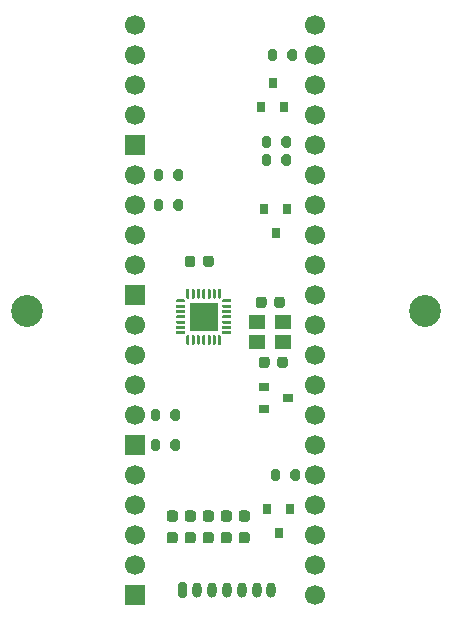
<source format=gbr>
%TF.GenerationSoftware,KiCad,Pcbnew,5.1.9-73d0e3b20d~88~ubuntu20.04.1*%
%TF.CreationDate,2021-03-05T17:28:59-06:00*%
%TF.ProjectId,portalgun-display,706f7274-616c-4677-956e-2d646973706c,rev?*%
%TF.SameCoordinates,Original*%
%TF.FileFunction,Soldermask,Bot*%
%TF.FilePolarity,Negative*%
%FSLAX46Y46*%
G04 Gerber Fmt 4.6, Leading zero omitted, Abs format (unit mm)*
G04 Created by KiCad (PCBNEW 5.1.9-73d0e3b20d~88~ubuntu20.04.1) date 2021-03-05 17:28:59*
%MOMM*%
%LPD*%
G01*
G04 APERTURE LIST*
%ADD10C,2.700000*%
%ADD11C,1.700000*%
%ADD12R,1.700000X1.700000*%
%ADD13R,0.800000X0.900000*%
%ADD14R,0.900000X0.800000*%
%ADD15O,0.800000X1.300000*%
%ADD16R,1.400000X1.200000*%
%ADD17R,2.400000X2.400000*%
%ADD18C,0.100000*%
G04 APERTURE END LIST*
D10*
%TO.C,H2*%
X145198300Y-101429000D03*
%TD*%
%TO.C,H1*%
X111448700Y-101429000D03*
%TD*%
D11*
%TO.C,U6*%
X135890000Y-100076000D03*
X135890000Y-97536000D03*
X135890000Y-94996000D03*
X135890000Y-92456000D03*
X135890000Y-89916000D03*
X120650000Y-89916000D03*
X120650000Y-92456000D03*
X120650000Y-94996000D03*
X120650000Y-97536000D03*
D12*
X120650000Y-100076000D03*
%TD*%
D13*
%TO.C,Q4*%
X132784700Y-120209000D03*
X133734700Y-118209000D03*
X131834700Y-118209000D03*
%TD*%
D14*
%TO.C,Q3*%
X133530700Y-108795000D03*
X131530700Y-107845000D03*
X131530700Y-109745000D03*
%TD*%
D13*
%TO.C,Q2*%
X132530700Y-94809000D03*
X133480700Y-92809000D03*
X131580700Y-92809000D03*
%TD*%
%TO.C,Q1*%
X132276700Y-82141000D03*
X131326700Y-84141000D03*
X133226700Y-84141000D03*
%TD*%
D11*
%TO.C,U8*%
X135890000Y-112776000D03*
X135890000Y-110236000D03*
X135890000Y-107696000D03*
X135890000Y-105156000D03*
X135890000Y-102616000D03*
X120650000Y-102616000D03*
X120650000Y-105156000D03*
X120650000Y-107696000D03*
X120650000Y-110236000D03*
D12*
X120650000Y-112776000D03*
%TD*%
D11*
%TO.C,U9*%
X135890000Y-125476000D03*
X135890000Y-122936000D03*
X135890000Y-120396000D03*
X135890000Y-117856000D03*
X135890000Y-115316000D03*
X120650000Y-115316000D03*
X120650000Y-117856000D03*
X120650000Y-120396000D03*
X120650000Y-122936000D03*
D12*
X120650000Y-125476000D03*
%TD*%
D11*
%TO.C,U5*%
X135890000Y-87376000D03*
X135890000Y-84836000D03*
X135890000Y-82296000D03*
X135890000Y-79756000D03*
X135890000Y-77216000D03*
X120650000Y-77216000D03*
X120650000Y-79756000D03*
X120650000Y-82296000D03*
X120650000Y-84836000D03*
D12*
X120650000Y-87376000D03*
%TD*%
%TO.C,R5*%
G36*
G01*
X129626200Y-120142000D02*
X130101200Y-120142000D01*
G75*
G02*
X130338700Y-120379500I0J-237500D01*
G01*
X130338700Y-120879500D01*
G75*
G02*
X130101200Y-121117000I-237500J0D01*
G01*
X129626200Y-121117000D01*
G75*
G02*
X129388700Y-120879500I0J237500D01*
G01*
X129388700Y-120379500D01*
G75*
G02*
X129626200Y-120142000I237500J0D01*
G01*
G37*
G36*
G01*
X129626200Y-118317000D02*
X130101200Y-118317000D01*
G75*
G02*
X130338700Y-118554500I0J-237500D01*
G01*
X130338700Y-119054500D01*
G75*
G02*
X130101200Y-119292000I-237500J0D01*
G01*
X129626200Y-119292000D01*
G75*
G02*
X129388700Y-119054500I0J237500D01*
G01*
X129388700Y-118554500D01*
G75*
G02*
X129626200Y-118317000I237500J0D01*
G01*
G37*
%TD*%
D15*
%TO.C,J1*%
X132156700Y-125051000D03*
X130906700Y-125051000D03*
X129656700Y-125051000D03*
X128406700Y-125051000D03*
X127156700Y-125051000D03*
X125906700Y-125051000D03*
G36*
G01*
X124256700Y-125501000D02*
X124256700Y-124601000D01*
G75*
G02*
X124456700Y-124401000I200000J0D01*
G01*
X124856700Y-124401000D01*
G75*
G02*
X125056700Y-124601000I0J-200000D01*
G01*
X125056700Y-125501000D01*
G75*
G02*
X124856700Y-125701000I-200000J0D01*
G01*
X124456700Y-125701000D01*
G75*
G02*
X124256700Y-125501000I0J200000D01*
G01*
G37*
%TD*%
D16*
%TO.C,Y1*%
X133180000Y-102401000D03*
X130980000Y-102401000D03*
X130980000Y-104101000D03*
X133180000Y-104101000D03*
%TD*%
D17*
%TO.C,U7*%
X126434700Y-101937000D03*
D18*
G36*
X127710007Y-100385799D02*
G01*
X127698282Y-100382242D01*
X127687477Y-100376467D01*
X127678006Y-100368694D01*
X127670233Y-100359223D01*
X127664458Y-100348418D01*
X127660901Y-100336693D01*
X127659700Y-100324500D01*
X127659700Y-99649500D01*
X127660901Y-99637307D01*
X127664458Y-99625582D01*
X127670233Y-99614777D01*
X127678006Y-99605306D01*
X127687477Y-99597533D01*
X127698282Y-99591758D01*
X127710007Y-99588201D01*
X127722200Y-99587000D01*
X127847200Y-99587000D01*
X127859393Y-99588201D01*
X127871118Y-99591758D01*
X127881923Y-99597533D01*
X127891394Y-99605306D01*
X127899167Y-99614777D01*
X127904942Y-99625582D01*
X127908499Y-99637307D01*
X127909700Y-99649500D01*
X127909700Y-100261112D01*
X127908499Y-100273305D01*
X127904942Y-100285030D01*
X127899167Y-100295835D01*
X127891394Y-100305306D01*
X127828006Y-100368694D01*
X127818535Y-100376467D01*
X127807730Y-100382242D01*
X127796005Y-100385799D01*
X127783812Y-100387000D01*
X127722200Y-100387000D01*
X127710007Y-100385799D01*
G37*
G36*
G01*
X127459700Y-99649500D02*
X127459700Y-100324500D01*
G75*
G02*
X127397200Y-100387000I-62500J0D01*
G01*
X127272200Y-100387000D01*
G75*
G02*
X127209700Y-100324500I0J62500D01*
G01*
X127209700Y-99649500D01*
G75*
G02*
X127272200Y-99587000I62500J0D01*
G01*
X127397200Y-99587000D01*
G75*
G02*
X127459700Y-99649500I0J-62500D01*
G01*
G37*
G36*
G01*
X127009700Y-99649500D02*
X127009700Y-100324500D01*
G75*
G02*
X126947200Y-100387000I-62500J0D01*
G01*
X126822200Y-100387000D01*
G75*
G02*
X126759700Y-100324500I0J62500D01*
G01*
X126759700Y-99649500D01*
G75*
G02*
X126822200Y-99587000I62500J0D01*
G01*
X126947200Y-99587000D01*
G75*
G02*
X127009700Y-99649500I0J-62500D01*
G01*
G37*
G36*
G01*
X126559700Y-99649500D02*
X126559700Y-100324500D01*
G75*
G02*
X126497200Y-100387000I-62500J0D01*
G01*
X126372200Y-100387000D01*
G75*
G02*
X126309700Y-100324500I0J62500D01*
G01*
X126309700Y-99649500D01*
G75*
G02*
X126372200Y-99587000I62500J0D01*
G01*
X126497200Y-99587000D01*
G75*
G02*
X126559700Y-99649500I0J-62500D01*
G01*
G37*
G36*
G01*
X126109700Y-99649500D02*
X126109700Y-100324500D01*
G75*
G02*
X126047200Y-100387000I-62500J0D01*
G01*
X125922200Y-100387000D01*
G75*
G02*
X125859700Y-100324500I0J62500D01*
G01*
X125859700Y-99649500D01*
G75*
G02*
X125922200Y-99587000I62500J0D01*
G01*
X126047200Y-99587000D01*
G75*
G02*
X126109700Y-99649500I0J-62500D01*
G01*
G37*
G36*
G01*
X125659700Y-99649500D02*
X125659700Y-100324500D01*
G75*
G02*
X125597200Y-100387000I-62500J0D01*
G01*
X125472200Y-100387000D01*
G75*
G02*
X125409700Y-100324500I0J62500D01*
G01*
X125409700Y-99649500D01*
G75*
G02*
X125472200Y-99587000I62500J0D01*
G01*
X125597200Y-99587000D01*
G75*
G02*
X125659700Y-99649500I0J-62500D01*
G01*
G37*
G36*
X125073395Y-100385799D02*
G01*
X125061670Y-100382242D01*
X125050865Y-100376467D01*
X125041394Y-100368694D01*
X124978006Y-100305306D01*
X124970233Y-100295835D01*
X124964458Y-100285030D01*
X124960901Y-100273305D01*
X124959700Y-100261112D01*
X124959700Y-99649500D01*
X124960901Y-99637307D01*
X124964458Y-99625582D01*
X124970233Y-99614777D01*
X124978006Y-99605306D01*
X124987477Y-99597533D01*
X124998282Y-99591758D01*
X125010007Y-99588201D01*
X125022200Y-99587000D01*
X125147200Y-99587000D01*
X125159393Y-99588201D01*
X125171118Y-99591758D01*
X125181923Y-99597533D01*
X125191394Y-99605306D01*
X125199167Y-99614777D01*
X125204942Y-99625582D01*
X125208499Y-99637307D01*
X125209700Y-99649500D01*
X125209700Y-100324500D01*
X125208499Y-100336693D01*
X125204942Y-100348418D01*
X125199167Y-100359223D01*
X125191394Y-100368694D01*
X125181923Y-100376467D01*
X125171118Y-100382242D01*
X125159393Y-100385799D01*
X125147200Y-100387000D01*
X125085588Y-100387000D01*
X125073395Y-100385799D01*
G37*
G36*
X124135007Y-100710799D02*
G01*
X124123282Y-100707242D01*
X124112477Y-100701467D01*
X124103006Y-100693694D01*
X124095233Y-100684223D01*
X124089458Y-100673418D01*
X124085901Y-100661693D01*
X124084700Y-100649500D01*
X124084700Y-100524500D01*
X124085901Y-100512307D01*
X124089458Y-100500582D01*
X124095233Y-100489777D01*
X124103006Y-100480306D01*
X124112477Y-100472533D01*
X124123282Y-100466758D01*
X124135007Y-100463201D01*
X124147200Y-100462000D01*
X124758812Y-100462000D01*
X124771005Y-100463201D01*
X124782730Y-100466758D01*
X124793535Y-100472533D01*
X124803006Y-100480306D01*
X124866394Y-100543694D01*
X124874167Y-100553165D01*
X124879942Y-100563970D01*
X124883499Y-100575695D01*
X124884700Y-100587888D01*
X124884700Y-100649500D01*
X124883499Y-100661693D01*
X124879942Y-100673418D01*
X124874167Y-100684223D01*
X124866394Y-100693694D01*
X124856923Y-100701467D01*
X124846118Y-100707242D01*
X124834393Y-100710799D01*
X124822200Y-100712000D01*
X124147200Y-100712000D01*
X124135007Y-100710799D01*
G37*
G36*
G01*
X124884700Y-100974500D02*
X124884700Y-101099500D01*
G75*
G02*
X124822200Y-101162000I-62500J0D01*
G01*
X124147200Y-101162000D01*
G75*
G02*
X124084700Y-101099500I0J62500D01*
G01*
X124084700Y-100974500D01*
G75*
G02*
X124147200Y-100912000I62500J0D01*
G01*
X124822200Y-100912000D01*
G75*
G02*
X124884700Y-100974500I0J-62500D01*
G01*
G37*
G36*
G01*
X124884700Y-101424500D02*
X124884700Y-101549500D01*
G75*
G02*
X124822200Y-101612000I-62500J0D01*
G01*
X124147200Y-101612000D01*
G75*
G02*
X124084700Y-101549500I0J62500D01*
G01*
X124084700Y-101424500D01*
G75*
G02*
X124147200Y-101362000I62500J0D01*
G01*
X124822200Y-101362000D01*
G75*
G02*
X124884700Y-101424500I0J-62500D01*
G01*
G37*
G36*
G01*
X124884700Y-101874500D02*
X124884700Y-101999500D01*
G75*
G02*
X124822200Y-102062000I-62500J0D01*
G01*
X124147200Y-102062000D01*
G75*
G02*
X124084700Y-101999500I0J62500D01*
G01*
X124084700Y-101874500D01*
G75*
G02*
X124147200Y-101812000I62500J0D01*
G01*
X124822200Y-101812000D01*
G75*
G02*
X124884700Y-101874500I0J-62500D01*
G01*
G37*
G36*
G01*
X124884700Y-102324500D02*
X124884700Y-102449500D01*
G75*
G02*
X124822200Y-102512000I-62500J0D01*
G01*
X124147200Y-102512000D01*
G75*
G02*
X124084700Y-102449500I0J62500D01*
G01*
X124084700Y-102324500D01*
G75*
G02*
X124147200Y-102262000I62500J0D01*
G01*
X124822200Y-102262000D01*
G75*
G02*
X124884700Y-102324500I0J-62500D01*
G01*
G37*
G36*
G01*
X124884700Y-102774500D02*
X124884700Y-102899500D01*
G75*
G02*
X124822200Y-102962000I-62500J0D01*
G01*
X124147200Y-102962000D01*
G75*
G02*
X124084700Y-102899500I0J62500D01*
G01*
X124084700Y-102774500D01*
G75*
G02*
X124147200Y-102712000I62500J0D01*
G01*
X124822200Y-102712000D01*
G75*
G02*
X124884700Y-102774500I0J-62500D01*
G01*
G37*
G36*
X124135007Y-103410799D02*
G01*
X124123282Y-103407242D01*
X124112477Y-103401467D01*
X124103006Y-103393694D01*
X124095233Y-103384223D01*
X124089458Y-103373418D01*
X124085901Y-103361693D01*
X124084700Y-103349500D01*
X124084700Y-103224500D01*
X124085901Y-103212307D01*
X124089458Y-103200582D01*
X124095233Y-103189777D01*
X124103006Y-103180306D01*
X124112477Y-103172533D01*
X124123282Y-103166758D01*
X124135007Y-103163201D01*
X124147200Y-103162000D01*
X124822200Y-103162000D01*
X124834393Y-103163201D01*
X124846118Y-103166758D01*
X124856923Y-103172533D01*
X124866394Y-103180306D01*
X124874167Y-103189777D01*
X124879942Y-103200582D01*
X124883499Y-103212307D01*
X124884700Y-103224500D01*
X124884700Y-103286112D01*
X124883499Y-103298305D01*
X124879942Y-103310030D01*
X124874167Y-103320835D01*
X124866394Y-103330306D01*
X124803006Y-103393694D01*
X124793535Y-103401467D01*
X124782730Y-103407242D01*
X124771005Y-103410799D01*
X124758812Y-103412000D01*
X124147200Y-103412000D01*
X124135007Y-103410799D01*
G37*
G36*
X125010007Y-104285799D02*
G01*
X124998282Y-104282242D01*
X124987477Y-104276467D01*
X124978006Y-104268694D01*
X124970233Y-104259223D01*
X124964458Y-104248418D01*
X124960901Y-104236693D01*
X124959700Y-104224500D01*
X124959700Y-103612888D01*
X124960901Y-103600695D01*
X124964458Y-103588970D01*
X124970233Y-103578165D01*
X124978006Y-103568694D01*
X125041394Y-103505306D01*
X125050865Y-103497533D01*
X125061670Y-103491758D01*
X125073395Y-103488201D01*
X125085588Y-103487000D01*
X125147200Y-103487000D01*
X125159393Y-103488201D01*
X125171118Y-103491758D01*
X125181923Y-103497533D01*
X125191394Y-103505306D01*
X125199167Y-103514777D01*
X125204942Y-103525582D01*
X125208499Y-103537307D01*
X125209700Y-103549500D01*
X125209700Y-104224500D01*
X125208499Y-104236693D01*
X125204942Y-104248418D01*
X125199167Y-104259223D01*
X125191394Y-104268694D01*
X125181923Y-104276467D01*
X125171118Y-104282242D01*
X125159393Y-104285799D01*
X125147200Y-104287000D01*
X125022200Y-104287000D01*
X125010007Y-104285799D01*
G37*
G36*
G01*
X125659700Y-103549500D02*
X125659700Y-104224500D01*
G75*
G02*
X125597200Y-104287000I-62500J0D01*
G01*
X125472200Y-104287000D01*
G75*
G02*
X125409700Y-104224500I0J62500D01*
G01*
X125409700Y-103549500D01*
G75*
G02*
X125472200Y-103487000I62500J0D01*
G01*
X125597200Y-103487000D01*
G75*
G02*
X125659700Y-103549500I0J-62500D01*
G01*
G37*
G36*
G01*
X126109700Y-103549500D02*
X126109700Y-104224500D01*
G75*
G02*
X126047200Y-104287000I-62500J0D01*
G01*
X125922200Y-104287000D01*
G75*
G02*
X125859700Y-104224500I0J62500D01*
G01*
X125859700Y-103549500D01*
G75*
G02*
X125922200Y-103487000I62500J0D01*
G01*
X126047200Y-103487000D01*
G75*
G02*
X126109700Y-103549500I0J-62500D01*
G01*
G37*
G36*
G01*
X126559700Y-103549500D02*
X126559700Y-104224500D01*
G75*
G02*
X126497200Y-104287000I-62500J0D01*
G01*
X126372200Y-104287000D01*
G75*
G02*
X126309700Y-104224500I0J62500D01*
G01*
X126309700Y-103549500D01*
G75*
G02*
X126372200Y-103487000I62500J0D01*
G01*
X126497200Y-103487000D01*
G75*
G02*
X126559700Y-103549500I0J-62500D01*
G01*
G37*
G36*
G01*
X127009700Y-103549500D02*
X127009700Y-104224500D01*
G75*
G02*
X126947200Y-104287000I-62500J0D01*
G01*
X126822200Y-104287000D01*
G75*
G02*
X126759700Y-104224500I0J62500D01*
G01*
X126759700Y-103549500D01*
G75*
G02*
X126822200Y-103487000I62500J0D01*
G01*
X126947200Y-103487000D01*
G75*
G02*
X127009700Y-103549500I0J-62500D01*
G01*
G37*
G36*
G01*
X127459700Y-103549500D02*
X127459700Y-104224500D01*
G75*
G02*
X127397200Y-104287000I-62500J0D01*
G01*
X127272200Y-104287000D01*
G75*
G02*
X127209700Y-104224500I0J62500D01*
G01*
X127209700Y-103549500D01*
G75*
G02*
X127272200Y-103487000I62500J0D01*
G01*
X127397200Y-103487000D01*
G75*
G02*
X127459700Y-103549500I0J-62500D01*
G01*
G37*
G36*
X127710007Y-104285799D02*
G01*
X127698282Y-104282242D01*
X127687477Y-104276467D01*
X127678006Y-104268694D01*
X127670233Y-104259223D01*
X127664458Y-104248418D01*
X127660901Y-104236693D01*
X127659700Y-104224500D01*
X127659700Y-103549500D01*
X127660901Y-103537307D01*
X127664458Y-103525582D01*
X127670233Y-103514777D01*
X127678006Y-103505306D01*
X127687477Y-103497533D01*
X127698282Y-103491758D01*
X127710007Y-103488201D01*
X127722200Y-103487000D01*
X127783812Y-103487000D01*
X127796005Y-103488201D01*
X127807730Y-103491758D01*
X127818535Y-103497533D01*
X127828006Y-103505306D01*
X127891394Y-103568694D01*
X127899167Y-103578165D01*
X127904942Y-103588970D01*
X127908499Y-103600695D01*
X127909700Y-103612888D01*
X127909700Y-104224500D01*
X127908499Y-104236693D01*
X127904942Y-104248418D01*
X127899167Y-104259223D01*
X127891394Y-104268694D01*
X127881923Y-104276467D01*
X127871118Y-104282242D01*
X127859393Y-104285799D01*
X127847200Y-104287000D01*
X127722200Y-104287000D01*
X127710007Y-104285799D01*
G37*
G36*
X128098395Y-103410799D02*
G01*
X128086670Y-103407242D01*
X128075865Y-103401467D01*
X128066394Y-103393694D01*
X128003006Y-103330306D01*
X127995233Y-103320835D01*
X127989458Y-103310030D01*
X127985901Y-103298305D01*
X127984700Y-103286112D01*
X127984700Y-103224500D01*
X127985901Y-103212307D01*
X127989458Y-103200582D01*
X127995233Y-103189777D01*
X128003006Y-103180306D01*
X128012477Y-103172533D01*
X128023282Y-103166758D01*
X128035007Y-103163201D01*
X128047200Y-103162000D01*
X128722200Y-103162000D01*
X128734393Y-103163201D01*
X128746118Y-103166758D01*
X128756923Y-103172533D01*
X128766394Y-103180306D01*
X128774167Y-103189777D01*
X128779942Y-103200582D01*
X128783499Y-103212307D01*
X128784700Y-103224500D01*
X128784700Y-103349500D01*
X128783499Y-103361693D01*
X128779942Y-103373418D01*
X128774167Y-103384223D01*
X128766394Y-103393694D01*
X128756923Y-103401467D01*
X128746118Y-103407242D01*
X128734393Y-103410799D01*
X128722200Y-103412000D01*
X128110588Y-103412000D01*
X128098395Y-103410799D01*
G37*
G36*
G01*
X128784700Y-102774500D02*
X128784700Y-102899500D01*
G75*
G02*
X128722200Y-102962000I-62500J0D01*
G01*
X128047200Y-102962000D01*
G75*
G02*
X127984700Y-102899500I0J62500D01*
G01*
X127984700Y-102774500D01*
G75*
G02*
X128047200Y-102712000I62500J0D01*
G01*
X128722200Y-102712000D01*
G75*
G02*
X128784700Y-102774500I0J-62500D01*
G01*
G37*
G36*
G01*
X128784700Y-102324500D02*
X128784700Y-102449500D01*
G75*
G02*
X128722200Y-102512000I-62500J0D01*
G01*
X128047200Y-102512000D01*
G75*
G02*
X127984700Y-102449500I0J62500D01*
G01*
X127984700Y-102324500D01*
G75*
G02*
X128047200Y-102262000I62500J0D01*
G01*
X128722200Y-102262000D01*
G75*
G02*
X128784700Y-102324500I0J-62500D01*
G01*
G37*
G36*
G01*
X128784700Y-101874500D02*
X128784700Y-101999500D01*
G75*
G02*
X128722200Y-102062000I-62500J0D01*
G01*
X128047200Y-102062000D01*
G75*
G02*
X127984700Y-101999500I0J62500D01*
G01*
X127984700Y-101874500D01*
G75*
G02*
X128047200Y-101812000I62500J0D01*
G01*
X128722200Y-101812000D01*
G75*
G02*
X128784700Y-101874500I0J-62500D01*
G01*
G37*
G36*
G01*
X128784700Y-101424500D02*
X128784700Y-101549500D01*
G75*
G02*
X128722200Y-101612000I-62500J0D01*
G01*
X128047200Y-101612000D01*
G75*
G02*
X127984700Y-101549500I0J62500D01*
G01*
X127984700Y-101424500D01*
G75*
G02*
X128047200Y-101362000I62500J0D01*
G01*
X128722200Y-101362000D01*
G75*
G02*
X128784700Y-101424500I0J-62500D01*
G01*
G37*
G36*
G01*
X128784700Y-100974500D02*
X128784700Y-101099500D01*
G75*
G02*
X128722200Y-101162000I-62500J0D01*
G01*
X128047200Y-101162000D01*
G75*
G02*
X127984700Y-101099500I0J62500D01*
G01*
X127984700Y-100974500D01*
G75*
G02*
X128047200Y-100912000I62500J0D01*
G01*
X128722200Y-100912000D01*
G75*
G02*
X128784700Y-100974500I0J-62500D01*
G01*
G37*
G36*
X128035007Y-100710799D02*
G01*
X128023282Y-100707242D01*
X128012477Y-100701467D01*
X128003006Y-100693694D01*
X127995233Y-100684223D01*
X127989458Y-100673418D01*
X127985901Y-100661693D01*
X127984700Y-100649500D01*
X127984700Y-100587888D01*
X127985901Y-100575695D01*
X127989458Y-100563970D01*
X127995233Y-100553165D01*
X128003006Y-100543694D01*
X128066394Y-100480306D01*
X128075865Y-100472533D01*
X128086670Y-100466758D01*
X128098395Y-100463201D01*
X128110588Y-100462000D01*
X128722200Y-100462000D01*
X128734393Y-100463201D01*
X128746118Y-100466758D01*
X128756923Y-100472533D01*
X128766394Y-100480306D01*
X128774167Y-100489777D01*
X128779942Y-100500582D01*
X128783499Y-100512307D01*
X128784700Y-100524500D01*
X128784700Y-100649500D01*
X128783499Y-100661693D01*
X128779942Y-100673418D01*
X128774167Y-100684223D01*
X128766394Y-100693694D01*
X128756923Y-100701467D01*
X128746118Y-100707242D01*
X128734393Y-100710799D01*
X128722200Y-100712000D01*
X128047200Y-100712000D01*
X128035007Y-100710799D01*
G37*
%TD*%
%TO.C,R28*%
G36*
G01*
X122765000Y-109961000D02*
X122765000Y-110511000D01*
G75*
G02*
X122565000Y-110711000I-200000J0D01*
G01*
X122165000Y-110711000D01*
G75*
G02*
X121965000Y-110511000I0J200000D01*
G01*
X121965000Y-109961000D01*
G75*
G02*
X122165000Y-109761000I200000J0D01*
G01*
X122565000Y-109761000D01*
G75*
G02*
X122765000Y-109961000I0J-200000D01*
G01*
G37*
G36*
G01*
X124415000Y-109961000D02*
X124415000Y-110511000D01*
G75*
G02*
X124215000Y-110711000I-200000J0D01*
G01*
X123815000Y-110711000D01*
G75*
G02*
X123615000Y-110511000I0J200000D01*
G01*
X123615000Y-109961000D01*
G75*
G02*
X123815000Y-109761000I200000J0D01*
G01*
X124215000Y-109761000D01*
G75*
G02*
X124415000Y-109961000I0J-200000D01*
G01*
G37*
%TD*%
%TO.C,R27*%
G36*
G01*
X122765000Y-112501000D02*
X122765000Y-113051000D01*
G75*
G02*
X122565000Y-113251000I-200000J0D01*
G01*
X122165000Y-113251000D01*
G75*
G02*
X121965000Y-113051000I0J200000D01*
G01*
X121965000Y-112501000D01*
G75*
G02*
X122165000Y-112301000I200000J0D01*
G01*
X122565000Y-112301000D01*
G75*
G02*
X122765000Y-112501000I0J-200000D01*
G01*
G37*
G36*
G01*
X124415000Y-112501000D02*
X124415000Y-113051000D01*
G75*
G02*
X124215000Y-113251000I-200000J0D01*
G01*
X123815000Y-113251000D01*
G75*
G02*
X123615000Y-113051000I0J200000D01*
G01*
X123615000Y-112501000D01*
G75*
G02*
X123815000Y-112301000I200000J0D01*
G01*
X124215000Y-112301000D01*
G75*
G02*
X124415000Y-112501000I0J-200000D01*
G01*
G37*
%TD*%
%TO.C,R26*%
G36*
G01*
X133775000Y-115591000D02*
X133775000Y-115041000D01*
G75*
G02*
X133975000Y-114841000I200000J0D01*
G01*
X134375000Y-114841000D01*
G75*
G02*
X134575000Y-115041000I0J-200000D01*
G01*
X134575000Y-115591000D01*
G75*
G02*
X134375000Y-115791000I-200000J0D01*
G01*
X133975000Y-115791000D01*
G75*
G02*
X133775000Y-115591000I0J200000D01*
G01*
G37*
G36*
G01*
X132125000Y-115591000D02*
X132125000Y-115041000D01*
G75*
G02*
X132325000Y-114841000I200000J0D01*
G01*
X132725000Y-114841000D01*
G75*
G02*
X132925000Y-115041000I0J-200000D01*
G01*
X132925000Y-115591000D01*
G75*
G02*
X132725000Y-115791000I-200000J0D01*
G01*
X132325000Y-115791000D01*
G75*
G02*
X132125000Y-115591000I0J200000D01*
G01*
G37*
%TD*%
%TO.C,R25*%
G36*
G01*
X133013000Y-88921000D02*
X133013000Y-88371000D01*
G75*
G02*
X133213000Y-88171000I200000J0D01*
G01*
X133613000Y-88171000D01*
G75*
G02*
X133813000Y-88371000I0J-200000D01*
G01*
X133813000Y-88921000D01*
G75*
G02*
X133613000Y-89121000I-200000J0D01*
G01*
X133213000Y-89121000D01*
G75*
G02*
X133013000Y-88921000I0J200000D01*
G01*
G37*
G36*
G01*
X131363000Y-88921000D02*
X131363000Y-88371000D01*
G75*
G02*
X131563000Y-88171000I200000J0D01*
G01*
X131963000Y-88171000D01*
G75*
G02*
X132163000Y-88371000I0J-200000D01*
G01*
X132163000Y-88921000D01*
G75*
G02*
X131963000Y-89121000I-200000J0D01*
G01*
X131563000Y-89121000D01*
G75*
G02*
X131363000Y-88921000I0J200000D01*
G01*
G37*
%TD*%
%TO.C,R24*%
G36*
G01*
X133013000Y-87397000D02*
X133013000Y-86847000D01*
G75*
G02*
X133213000Y-86647000I200000J0D01*
G01*
X133613000Y-86647000D01*
G75*
G02*
X133813000Y-86847000I0J-200000D01*
G01*
X133813000Y-87397000D01*
G75*
G02*
X133613000Y-87597000I-200000J0D01*
G01*
X133213000Y-87597000D01*
G75*
G02*
X133013000Y-87397000I0J200000D01*
G01*
G37*
G36*
G01*
X131363000Y-87397000D02*
X131363000Y-86847000D01*
G75*
G02*
X131563000Y-86647000I200000J0D01*
G01*
X131963000Y-86647000D01*
G75*
G02*
X132163000Y-86847000I0J-200000D01*
G01*
X132163000Y-87397000D01*
G75*
G02*
X131963000Y-87597000I-200000J0D01*
G01*
X131563000Y-87597000D01*
G75*
G02*
X131363000Y-87397000I0J200000D01*
G01*
G37*
%TD*%
%TO.C,R23*%
G36*
G01*
X133521000Y-80031000D02*
X133521000Y-79481000D01*
G75*
G02*
X133721000Y-79281000I200000J0D01*
G01*
X134121000Y-79281000D01*
G75*
G02*
X134321000Y-79481000I0J-200000D01*
G01*
X134321000Y-80031000D01*
G75*
G02*
X134121000Y-80231000I-200000J0D01*
G01*
X133721000Y-80231000D01*
G75*
G02*
X133521000Y-80031000I0J200000D01*
G01*
G37*
G36*
G01*
X131871000Y-80031000D02*
X131871000Y-79481000D01*
G75*
G02*
X132071000Y-79281000I200000J0D01*
G01*
X132471000Y-79281000D01*
G75*
G02*
X132671000Y-79481000I0J-200000D01*
G01*
X132671000Y-80031000D01*
G75*
G02*
X132471000Y-80231000I-200000J0D01*
G01*
X132071000Y-80231000D01*
G75*
G02*
X131871000Y-80031000I0J200000D01*
G01*
G37*
%TD*%
%TO.C,R22*%
G36*
G01*
X123019000Y-89641000D02*
X123019000Y-90191000D01*
G75*
G02*
X122819000Y-90391000I-200000J0D01*
G01*
X122419000Y-90391000D01*
G75*
G02*
X122219000Y-90191000I0J200000D01*
G01*
X122219000Y-89641000D01*
G75*
G02*
X122419000Y-89441000I200000J0D01*
G01*
X122819000Y-89441000D01*
G75*
G02*
X123019000Y-89641000I0J-200000D01*
G01*
G37*
G36*
G01*
X124669000Y-89641000D02*
X124669000Y-90191000D01*
G75*
G02*
X124469000Y-90391000I-200000J0D01*
G01*
X124069000Y-90391000D01*
G75*
G02*
X123869000Y-90191000I0J200000D01*
G01*
X123869000Y-89641000D01*
G75*
G02*
X124069000Y-89441000I200000J0D01*
G01*
X124469000Y-89441000D01*
G75*
G02*
X124669000Y-89641000I0J-200000D01*
G01*
G37*
%TD*%
%TO.C,R21*%
G36*
G01*
X123019000Y-92181000D02*
X123019000Y-92731000D01*
G75*
G02*
X122819000Y-92931000I-200000J0D01*
G01*
X122419000Y-92931000D01*
G75*
G02*
X122219000Y-92731000I0J200000D01*
G01*
X122219000Y-92181000D01*
G75*
G02*
X122419000Y-91981000I200000J0D01*
G01*
X122819000Y-91981000D01*
G75*
G02*
X123019000Y-92181000I0J-200000D01*
G01*
G37*
G36*
G01*
X124669000Y-92181000D02*
X124669000Y-92731000D01*
G75*
G02*
X124469000Y-92931000I-200000J0D01*
G01*
X124069000Y-92931000D01*
G75*
G02*
X123869000Y-92731000I0J200000D01*
G01*
X123869000Y-92181000D01*
G75*
G02*
X124069000Y-91981000I200000J0D01*
G01*
X124469000Y-91981000D01*
G75*
G02*
X124669000Y-92181000I0J-200000D01*
G01*
G37*
%TD*%
%TO.C,R4*%
G36*
G01*
X123530200Y-120142000D02*
X124005200Y-120142000D01*
G75*
G02*
X124242700Y-120379500I0J-237500D01*
G01*
X124242700Y-120879500D01*
G75*
G02*
X124005200Y-121117000I-237500J0D01*
G01*
X123530200Y-121117000D01*
G75*
G02*
X123292700Y-120879500I0J237500D01*
G01*
X123292700Y-120379500D01*
G75*
G02*
X123530200Y-120142000I237500J0D01*
G01*
G37*
G36*
G01*
X123530200Y-118317000D02*
X124005200Y-118317000D01*
G75*
G02*
X124242700Y-118554500I0J-237500D01*
G01*
X124242700Y-119054500D01*
G75*
G02*
X124005200Y-119292000I-237500J0D01*
G01*
X123530200Y-119292000D01*
G75*
G02*
X123292700Y-119054500I0J237500D01*
G01*
X123292700Y-118554500D01*
G75*
G02*
X123530200Y-118317000I237500J0D01*
G01*
G37*
%TD*%
%TO.C,R3*%
G36*
G01*
X125054200Y-120142000D02*
X125529200Y-120142000D01*
G75*
G02*
X125766700Y-120379500I0J-237500D01*
G01*
X125766700Y-120879500D01*
G75*
G02*
X125529200Y-121117000I-237500J0D01*
G01*
X125054200Y-121117000D01*
G75*
G02*
X124816700Y-120879500I0J237500D01*
G01*
X124816700Y-120379500D01*
G75*
G02*
X125054200Y-120142000I237500J0D01*
G01*
G37*
G36*
G01*
X125054200Y-118317000D02*
X125529200Y-118317000D01*
G75*
G02*
X125766700Y-118554500I0J-237500D01*
G01*
X125766700Y-119054500D01*
G75*
G02*
X125529200Y-119292000I-237500J0D01*
G01*
X125054200Y-119292000D01*
G75*
G02*
X124816700Y-119054500I0J237500D01*
G01*
X124816700Y-118554500D01*
G75*
G02*
X125054200Y-118317000I237500J0D01*
G01*
G37*
%TD*%
%TO.C,R2*%
G36*
G01*
X128102200Y-120142000D02*
X128577200Y-120142000D01*
G75*
G02*
X128814700Y-120379500I0J-237500D01*
G01*
X128814700Y-120879500D01*
G75*
G02*
X128577200Y-121117000I-237500J0D01*
G01*
X128102200Y-121117000D01*
G75*
G02*
X127864700Y-120879500I0J237500D01*
G01*
X127864700Y-120379500D01*
G75*
G02*
X128102200Y-120142000I237500J0D01*
G01*
G37*
G36*
G01*
X128102200Y-118317000D02*
X128577200Y-118317000D01*
G75*
G02*
X128814700Y-118554500I0J-237500D01*
G01*
X128814700Y-119054500D01*
G75*
G02*
X128577200Y-119292000I-237500J0D01*
G01*
X128102200Y-119292000D01*
G75*
G02*
X127864700Y-119054500I0J237500D01*
G01*
X127864700Y-118554500D01*
G75*
G02*
X128102200Y-118317000I237500J0D01*
G01*
G37*
%TD*%
%TO.C,R1*%
G36*
G01*
X126578200Y-120142000D02*
X127053200Y-120142000D01*
G75*
G02*
X127290700Y-120379500I0J-237500D01*
G01*
X127290700Y-120879500D01*
G75*
G02*
X127053200Y-121117000I-237500J0D01*
G01*
X126578200Y-121117000D01*
G75*
G02*
X126340700Y-120879500I0J237500D01*
G01*
X126340700Y-120379500D01*
G75*
G02*
X126578200Y-120142000I237500J0D01*
G01*
G37*
G36*
G01*
X126578200Y-118317000D02*
X127053200Y-118317000D01*
G75*
G02*
X127290700Y-118554500I0J-237500D01*
G01*
X127290700Y-119054500D01*
G75*
G02*
X127053200Y-119292000I-237500J0D01*
G01*
X126578200Y-119292000D01*
G75*
G02*
X126340700Y-119054500I0J237500D01*
G01*
X126340700Y-118554500D01*
G75*
G02*
X126578200Y-118317000I237500J0D01*
G01*
G37*
%TD*%
%TO.C,C8*%
G36*
G01*
X132405000Y-100961000D02*
X132405000Y-100461000D01*
G75*
G02*
X132630000Y-100236000I225000J0D01*
G01*
X133080000Y-100236000D01*
G75*
G02*
X133305000Y-100461000I0J-225000D01*
G01*
X133305000Y-100961000D01*
G75*
G02*
X133080000Y-101186000I-225000J0D01*
G01*
X132630000Y-101186000D01*
G75*
G02*
X132405000Y-100961000I0J225000D01*
G01*
G37*
G36*
G01*
X130855000Y-100961000D02*
X130855000Y-100461000D01*
G75*
G02*
X131080000Y-100236000I225000J0D01*
G01*
X131530000Y-100236000D01*
G75*
G02*
X131755000Y-100461000I0J-225000D01*
G01*
X131755000Y-100961000D01*
G75*
G02*
X131530000Y-101186000I-225000J0D01*
G01*
X131080000Y-101186000D01*
G75*
G02*
X130855000Y-100961000I0J225000D01*
G01*
G37*
%TD*%
%TO.C,C4*%
G36*
G01*
X132009000Y-105541000D02*
X132009000Y-106041000D01*
G75*
G02*
X131784000Y-106266000I-225000J0D01*
G01*
X131334000Y-106266000D01*
G75*
G02*
X131109000Y-106041000I0J225000D01*
G01*
X131109000Y-105541000D01*
G75*
G02*
X131334000Y-105316000I225000J0D01*
G01*
X131784000Y-105316000D01*
G75*
G02*
X132009000Y-105541000I0J-225000D01*
G01*
G37*
G36*
G01*
X133559000Y-105541000D02*
X133559000Y-106041000D01*
G75*
G02*
X133334000Y-106266000I-225000J0D01*
G01*
X132884000Y-106266000D01*
G75*
G02*
X132659000Y-106041000I0J225000D01*
G01*
X132659000Y-105541000D01*
G75*
G02*
X132884000Y-105316000I225000J0D01*
G01*
X133334000Y-105316000D01*
G75*
G02*
X133559000Y-105541000I0J-225000D01*
G01*
G37*
%TD*%
%TO.C,C2*%
G36*
G01*
X125728700Y-96988000D02*
X125728700Y-97488000D01*
G75*
G02*
X125503700Y-97713000I-225000J0D01*
G01*
X125053700Y-97713000D01*
G75*
G02*
X124828700Y-97488000I0J225000D01*
G01*
X124828700Y-96988000D01*
G75*
G02*
X125053700Y-96763000I225000J0D01*
G01*
X125503700Y-96763000D01*
G75*
G02*
X125728700Y-96988000I0J-225000D01*
G01*
G37*
G36*
G01*
X127278700Y-96988000D02*
X127278700Y-97488000D01*
G75*
G02*
X127053700Y-97713000I-225000J0D01*
G01*
X126603700Y-97713000D01*
G75*
G02*
X126378700Y-97488000I0J225000D01*
G01*
X126378700Y-96988000D01*
G75*
G02*
X126603700Y-96763000I225000J0D01*
G01*
X127053700Y-96763000D01*
G75*
G02*
X127278700Y-96988000I0J-225000D01*
G01*
G37*
%TD*%
M02*

</source>
